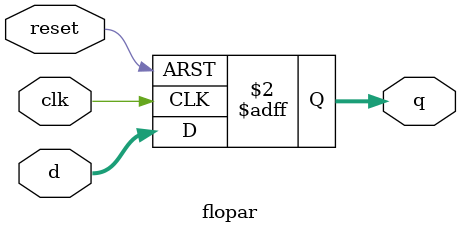
<source format=sv>
module flopar(input logic clk, input logic reset, input logic [3:0]d, output logic [3:0]q);
always_ff@(posedge clk, posedge reset)
if(reset) q<=4'b0;
else q<=d;
endmodule
</source>
